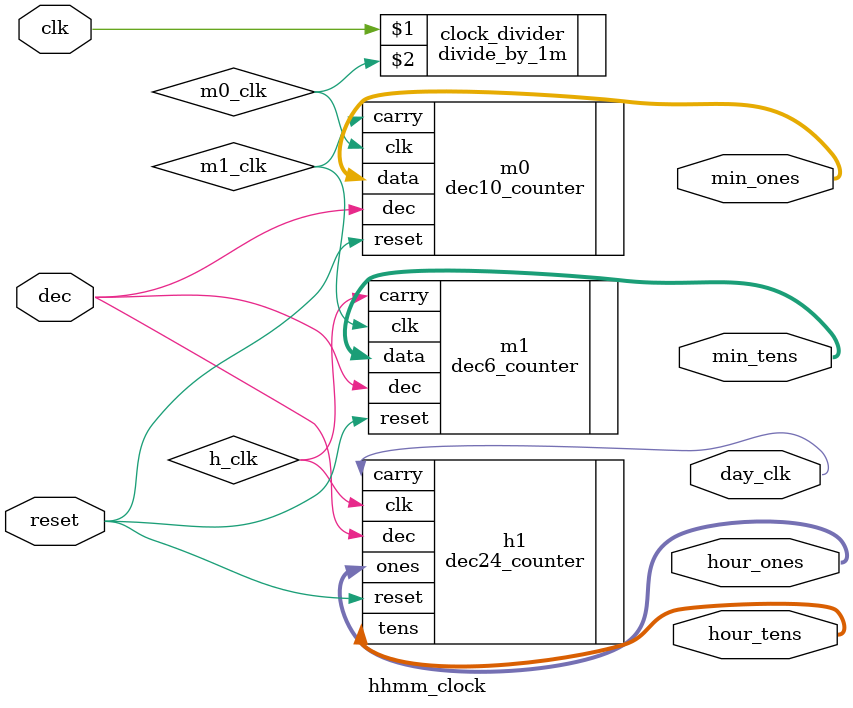
<source format=sv>
module hhmm_clock (
  input logic clk, dec, reset,
  output logic [3:0] min_ones, min_tens, hour_ones, hour_tens,
  output logic day_clk
);

  logic m0_clk, m1_clk, h_clk;

  divide_by_1m clock_divider(clk, m0_clk);

  dec10_counter m0(.clk(m0_clk), .dec, .reset, .data(min_ones), .carry(m1_clk));
  dec6_counter m1(.clk(m1_clk), .dec, .reset, .data(min_tens), .carry(h_clk));
  dec24_counter h1(.clk(h_clk), .dec, .reset, .ones(hour_ones), .tens(hour_tens), .carry(day_clk));

endmodule

</source>
